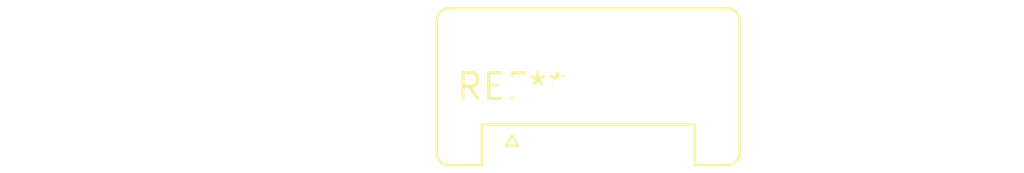
<source format=kicad_pcb>
(kicad_pcb (version 20240108) (generator pcbnew)
  (layers (0 "F.Cu" signal) (31 "B.Cu" signal) (34 "B.Paste" user) (35 "F.Paste" user) (36 "B.SilkS" user "B.Silkscreen") (37 "F.SilkS" user "F.Silkscreen") (38 "B.Mask" user) (39 "F.Mask" user) (44 "Edge.Cuts" user))
  (net 0 "")
  (footprint "Stocko_MKS_1654-6-0-404_1x4_P2.50mm_Vertical" (layer "F.Cu") (at 0 0)
    (property "Reference" "REF**")
    (property "Value" "Stocko_MKS_1654-6-0-404_1x4_P2.50mm_Vertical")
    (fp_line (start -3.71 -3.25) (end -3.71 3.25) (layer "F.SilkS") (stroke (width 0.12)))
    (fp_line (start -3.1 -3.86) (end 10.6 -3.86) (layer "F.SilkS") (stroke (width 0.12)))
    (fp_line (start -3.1 3.86) (end -1.49 3.86) (layer "F.SilkS") (stroke (width 0.12)))
    (fp_line (start -1.49 1.86) (end 8.99 1.86) (layer "F.SilkS") (stroke (width 0.12)))
    (fp_line (start -1.49 3.86) (end -1.49 1.86) (layer "F.SilkS") (stroke (width 0.12)))
    (fp_line (start -0.3 2.9) (end 0.3 2.9) (layer "F.SilkS") (stroke (width 0.12)))
    (fp_line (start 0 2.4) (end -0.3 2.9) (layer "F.SilkS") (stroke (width 0.12)))
    (fp_line (start 0.3 2.9) (end 0 2.4) (layer "F.SilkS") (stroke (width 0.12)))
    (fp_line (start 8.99 3.86) (end 8.99 1.86) (layer "F.SilkS") (stroke (width 0.12)))
    (fp_line (start 10.6 3.86) (end 8.99 3.86) (layer "F.SilkS") (stroke (width 0.12)))
    (fp_line (start 11.21 -3.25) (end 11.21 3.25) (layer "F.SilkS") (stroke (width 0.12)))
    (fp_arc (start -3.71 -3.25) (mid -3.531335 -3.681335) (end -3.1 -3.86) (layer "F.SilkS") (stroke (width 0.12)))
    (fp_arc (start -3.1 3.86) (mid -3.531335 3.681335) (end -3.71 3.25) (layer "F.SilkS") (stroke (width 0.12)))
    (fp_arc (start 10.6 -3.86) (mid 11.031335 -3.681335) (end 11.21 -3.25) (layer "F.SilkS") (stroke (width 0.12)))
    (fp_arc (start 11.21 3.25) (mid 11.031335 3.681335) (end 10.6 3.86) (layer "F.SilkS") (stroke (width 0.12)))
    (pad "1" thru_hole roundrect (at 0 0) (size 1.5 2) (drill 1) (layers *.Cu *.Mask) (remove_unused_layers))
    (pad "2" thru_hole oval (at 2.5 0) (size 1.5 2) (drill 1) (layers *.Cu *.Mask) (remove_unused_layers))
    (pad "3" thru_hole oval (at 5 0) (size 1.5 2) (drill 1) (layers *.Cu *.Mask) (remove_unused_layers))
    (pad "4" thru_hole oval (at 7.5 0) (size 1.5 2) (drill 1) (layers *.Cu *.Mask) (remove_unused_layers))
  )
)
</source>
